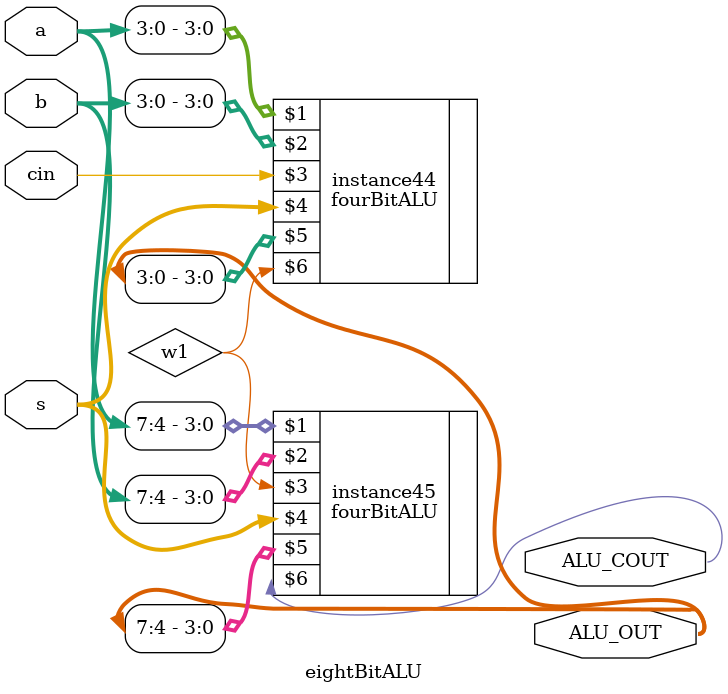
<source format=v>

  
`include "fourBitALU.v"

module eightBitALU(input [7:0]a, b, input cin, input [2:0]s, output [7:0]ALU_OUT, output ALU_COUT);
  wire w1;
  fourBitALU instance44(a[3:0], b[3:0], cin, s[2:0], ALU_OUT[3:0], w1);
  fourBitALU instance45(a[7:4], b[7:4], w1, s[2:0], ALU_OUT[7:4], ALU_COUT);
endmodule
  
  
  
  
  
  
  
</source>
